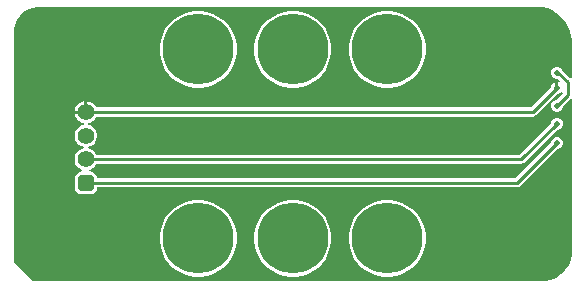
<source format=gbr>
G04*
G04 #@! TF.GenerationSoftware,Altium Limited,Altium Designer,23.0.1 (38)*
G04*
G04 Layer_Physical_Order=2*
G04 Layer_Color=16711680*
%FSLAX24Y24*%
%MOIN*%
G70*
G04*
G04 #@! TF.SameCoordinates,76AA6A9F-6522-488D-AC0F-A5AD469E9F3A*
G04*
G04*
G04 #@! TF.FilePolarity,Positive*
G04*
G01*
G75*
%ADD13C,0.0100*%
G04:AMPARAMS|DCode=30|XSize=55.1mil|YSize=55.1mil|CornerRadius=13.8mil|HoleSize=0mil|Usage=FLASHONLY|Rotation=90.000|XOffset=0mil|YOffset=0mil|HoleType=Round|Shape=RoundedRectangle|*
%AMROUNDEDRECTD30*
21,1,0.0551,0.0276,0,0,90.0*
21,1,0.0276,0.0551,0,0,90.0*
1,1,0.0276,0.0138,0.0138*
1,1,0.0276,0.0138,-0.0138*
1,1,0.0276,-0.0138,-0.0138*
1,1,0.0276,-0.0138,0.0138*
%
%ADD30ROUNDEDRECTD30*%
%ADD31C,0.0551*%
%ADD32C,0.2362*%
%ADD33C,0.0200*%
G36*
X54400Y41850D02*
X54479Y41850D01*
X54635Y41829D01*
X54787Y41789D01*
X54932Y41729D01*
X55068Y41650D01*
X55193Y41554D01*
X55304Y41443D01*
X55400Y41318D01*
X55479Y41182D01*
X55539Y41037D01*
X55579Y40885D01*
X55600Y40729D01*
X55600Y40650D01*
X55600Y40650D01*
X55600Y40650D01*
Y39487D01*
X55550Y39466D01*
X55281Y39735D01*
X55270Y39763D01*
X55213Y39820D01*
X55140Y39850D01*
X55060D01*
X54987Y39820D01*
X54930Y39763D01*
X54900Y39690D01*
Y39610D01*
X54930Y39537D01*
X54987Y39480D01*
X55060Y39450D01*
X55134D01*
X55208Y39376D01*
X55179Y39334D01*
X55150Y39346D01*
Y39150D01*
X55050D01*
Y39346D01*
X54987Y39320D01*
X54930Y39263D01*
X54900Y39190D01*
Y39166D01*
X54224Y38490D01*
X39745D01*
X39701Y38568D01*
X39631Y38638D01*
X39545Y38687D01*
X39450Y38713D01*
Y38337D01*
X39400D01*
Y38287D01*
X39025D01*
X39050Y38192D01*
X39099Y38107D01*
X39169Y38037D01*
X39255Y37987D01*
X39322Y37970D01*
Y37918D01*
X39255Y37900D01*
X39169Y37851D01*
X39099Y37781D01*
X39050Y37695D01*
X39024Y37599D01*
Y37501D01*
X39050Y37405D01*
X39099Y37319D01*
X39169Y37249D01*
X39255Y37200D01*
X39322Y37182D01*
Y37130D01*
X39255Y37113D01*
X39169Y37063D01*
X39099Y36993D01*
X39050Y36908D01*
X39024Y36812D01*
Y36713D01*
X39050Y36618D01*
X39099Y36532D01*
X39169Y36462D01*
X39255Y36413D01*
X39282Y36405D01*
X39275Y36355D01*
X39262D01*
X39169Y36337D01*
X39091Y36284D01*
X39038Y36206D01*
X39020Y36113D01*
Y35837D01*
X39038Y35745D01*
X39091Y35666D01*
X39169Y35613D01*
X39262Y35595D01*
X39538D01*
X39631Y35613D01*
X39709Y35666D01*
X39762Y35745D01*
X39777Y35822D01*
X53775D01*
X53834Y35834D01*
X53883Y35867D01*
X55116Y37100D01*
X55140D01*
X55213Y37130D01*
X55270Y37187D01*
X55300Y37260D01*
Y37340D01*
X55270Y37413D01*
X55213Y37470D01*
X55140Y37500D01*
X55060D01*
X54987Y37470D01*
X54930Y37413D01*
X54900Y37340D01*
Y37316D01*
X53712Y36128D01*
X39777D01*
X39762Y36206D01*
X39709Y36284D01*
X39631Y36337D01*
X39538Y36355D01*
X39525D01*
X39518Y36405D01*
X39545Y36413D01*
X39631Y36462D01*
X39701Y36532D01*
X39745Y36610D01*
X53913D01*
X53971Y36621D01*
X54021Y36654D01*
X55116Y37750D01*
X55140D01*
X55213Y37780D01*
X55270Y37837D01*
X55300Y37910D01*
Y37990D01*
X55270Y38063D01*
X55213Y38120D01*
X55140Y38150D01*
X55060D01*
X54987Y38120D01*
X54930Y38063D01*
X54900Y37990D01*
Y37966D01*
X53849Y36916D01*
X39745D01*
X39701Y36993D01*
X39631Y37063D01*
X39545Y37113D01*
X39478Y37130D01*
Y37182D01*
X39545Y37200D01*
X39631Y37249D01*
X39701Y37319D01*
X39750Y37405D01*
X39776Y37501D01*
Y37599D01*
X39750Y37695D01*
X39701Y37781D01*
X39631Y37851D01*
X39545Y37900D01*
X39478Y37918D01*
Y37970D01*
X39545Y37987D01*
X39631Y38037D01*
X39701Y38107D01*
X39745Y38184D01*
X54287D01*
X54346Y38196D01*
X54396Y38229D01*
X55116Y38950D01*
X55140D01*
X55213Y38980D01*
X55234Y39001D01*
X55287Y38983D01*
X55290Y38957D01*
X55084Y38750D01*
X55060D01*
X54987Y38720D01*
X54930Y38663D01*
X54900Y38590D01*
Y38510D01*
X54930Y38437D01*
X54987Y38380D01*
X55060Y38350D01*
X55140D01*
X55213Y38380D01*
X55270Y38437D01*
X55300Y38510D01*
Y38534D01*
X55550Y38784D01*
X55600Y38763D01*
X55600Y33700D01*
X55600Y33602D01*
X55562Y33408D01*
X55486Y33226D01*
X55377Y33063D01*
X55237Y32923D01*
X55074Y32814D01*
X54892Y32738D01*
X54698Y32700D01*
X54600Y32700D01*
X37650D01*
X37000Y33350D01*
Y41000D01*
Y41084D01*
X37033Y41248D01*
X37097Y41403D01*
X37190Y41542D01*
X37308Y41660D01*
X37447Y41753D01*
X37602Y41817D01*
X37766Y41850D01*
X37850D01*
X37850Y41850D01*
X54400Y41850D01*
D02*
G37*
%LPC*%
G36*
X49545Y41702D02*
X49344D01*
X49145Y41670D01*
X48953Y41608D01*
X48773Y41517D01*
X48610Y41398D01*
X48467Y41255D01*
X48349Y41092D01*
X48257Y40913D01*
X48195Y40721D01*
X48163Y40522D01*
Y40320D01*
X48195Y40121D01*
X48257Y39929D01*
X48349Y39749D01*
X48467Y39586D01*
X48610Y39444D01*
X48773Y39325D01*
X48953Y39234D01*
X49145Y39171D01*
X49344Y39140D01*
X49545D01*
X49744Y39171D01*
X49936Y39234D01*
X50116Y39325D01*
X50279Y39444D01*
X50422Y39586D01*
X50540Y39749D01*
X50632Y39929D01*
X50694Y40121D01*
X50726Y40320D01*
Y40522D01*
X50694Y40721D01*
X50632Y40913D01*
X50540Y41092D01*
X50422Y41255D01*
X50279Y41398D01*
X50116Y41517D01*
X49936Y41608D01*
X49744Y41670D01*
X49545Y41702D01*
D02*
G37*
G36*
X46396D02*
X46194D01*
X45995Y41670D01*
X45803Y41608D01*
X45623Y41517D01*
X45460Y41398D01*
X45318Y41255D01*
X45199Y41092D01*
X45108Y40913D01*
X45045Y40721D01*
X45014Y40522D01*
Y40320D01*
X45045Y40121D01*
X45108Y39929D01*
X45199Y39749D01*
X45318Y39586D01*
X45460Y39444D01*
X45623Y39325D01*
X45803Y39234D01*
X45995Y39171D01*
X46194Y39140D01*
X46396D01*
X46595Y39171D01*
X46787Y39234D01*
X46966Y39325D01*
X47129Y39444D01*
X47272Y39586D01*
X47391Y39749D01*
X47482Y39929D01*
X47544Y40121D01*
X47576Y40320D01*
Y40522D01*
X47544Y40721D01*
X47482Y40913D01*
X47391Y41092D01*
X47272Y41255D01*
X47129Y41398D01*
X46966Y41517D01*
X46787Y41608D01*
X46595Y41670D01*
X46396Y41702D01*
D02*
G37*
G36*
X43246D02*
X43044D01*
X42845Y41670D01*
X42653Y41608D01*
X42474Y41517D01*
X42311Y41398D01*
X42168Y41255D01*
X42050Y41092D01*
X41958Y40913D01*
X41896Y40721D01*
X41864Y40522D01*
Y40320D01*
X41896Y40121D01*
X41958Y39929D01*
X42050Y39749D01*
X42168Y39586D01*
X42311Y39444D01*
X42474Y39325D01*
X42653Y39234D01*
X42845Y39171D01*
X43044Y39140D01*
X43246D01*
X43445Y39171D01*
X43637Y39234D01*
X43817Y39325D01*
X43980Y39444D01*
X44122Y39586D01*
X44241Y39749D01*
X44333Y39929D01*
X44395Y40121D01*
X44426Y40320D01*
Y40522D01*
X44395Y40721D01*
X44333Y40913D01*
X44241Y41092D01*
X44122Y41255D01*
X43980Y41398D01*
X43817Y41517D01*
X43637Y41608D01*
X43445Y41670D01*
X43246Y41702D01*
D02*
G37*
G36*
X39350Y38713D02*
X39255Y38687D01*
X39169Y38638D01*
X39099Y38568D01*
X39050Y38482D01*
X39025Y38387D01*
X39350D01*
Y38713D01*
D02*
G37*
G36*
X49545Y35403D02*
X49344D01*
X49145Y35371D01*
X48953Y35309D01*
X48773Y35217D01*
X48610Y35099D01*
X48467Y34956D01*
X48349Y34793D01*
X48257Y34613D01*
X48195Y34422D01*
X48163Y34222D01*
Y34021D01*
X48195Y33822D01*
X48257Y33630D01*
X48349Y33450D01*
X48467Y33287D01*
X48610Y33144D01*
X48773Y33026D01*
X48953Y32934D01*
X49145Y32872D01*
X49344Y32841D01*
X49545D01*
X49744Y32872D01*
X49936Y32934D01*
X50116Y33026D01*
X50279Y33144D01*
X50422Y33287D01*
X50540Y33450D01*
X50632Y33630D01*
X50694Y33822D01*
X50726Y34021D01*
Y34222D01*
X50694Y34422D01*
X50632Y34613D01*
X50540Y34793D01*
X50422Y34956D01*
X50279Y35099D01*
X50116Y35217D01*
X49936Y35309D01*
X49744Y35371D01*
X49545Y35403D01*
D02*
G37*
G36*
X46396D02*
X46194D01*
X45995Y35371D01*
X45803Y35309D01*
X45623Y35217D01*
X45460Y35099D01*
X45318Y34956D01*
X45199Y34793D01*
X45108Y34613D01*
X45045Y34422D01*
X45014Y34222D01*
Y34021D01*
X45045Y33822D01*
X45108Y33630D01*
X45199Y33450D01*
X45318Y33287D01*
X45460Y33144D01*
X45623Y33026D01*
X45803Y32934D01*
X45995Y32872D01*
X46194Y32841D01*
X46396D01*
X46595Y32872D01*
X46787Y32934D01*
X46966Y33026D01*
X47129Y33144D01*
X47272Y33287D01*
X47391Y33450D01*
X47482Y33630D01*
X47544Y33822D01*
X47576Y34021D01*
Y34222D01*
X47544Y34422D01*
X47482Y34613D01*
X47391Y34793D01*
X47272Y34956D01*
X47129Y35099D01*
X46966Y35217D01*
X46787Y35309D01*
X46595Y35371D01*
X46396Y35403D01*
D02*
G37*
G36*
X43246D02*
X43044D01*
X42845Y35371D01*
X42653Y35309D01*
X42474Y35217D01*
X42311Y35099D01*
X42168Y34956D01*
X42050Y34793D01*
X41958Y34613D01*
X41896Y34422D01*
X41864Y34222D01*
Y34021D01*
X41896Y33822D01*
X41958Y33630D01*
X42050Y33450D01*
X42168Y33287D01*
X42311Y33144D01*
X42474Y33026D01*
X42653Y32934D01*
X42845Y32872D01*
X43044Y32841D01*
X43246D01*
X43445Y32872D01*
X43637Y32934D01*
X43817Y33026D01*
X43980Y33144D01*
X44122Y33287D01*
X44241Y33450D01*
X44333Y33630D01*
X44395Y33822D01*
X44426Y34021D01*
Y34222D01*
X44395Y34422D01*
X44333Y34613D01*
X44241Y34793D01*
X44122Y34956D01*
X43980Y35099D01*
X43817Y35217D01*
X43637Y35309D01*
X43445Y35371D01*
X43246Y35403D01*
D02*
G37*
%LPD*%
D13*
X55100Y39650D02*
X55150D01*
X55459Y39341D01*
X39400Y35975D02*
X53775D01*
X55100Y37300D01*
X39400Y36763D02*
X53913D01*
X55100Y37950D01*
Y38550D02*
X55459Y38909D01*
Y39341D01*
X39400Y38337D02*
X54287D01*
X55100Y39150D01*
D30*
X39400Y35975D02*
D03*
D31*
Y36763D02*
D03*
Y37550D02*
D03*
Y38337D02*
D03*
D32*
X46295Y40421D02*
D03*
X49444D02*
D03*
X43145D02*
D03*
Y34122D02*
D03*
X46295D02*
D03*
X49444D02*
D03*
D33*
X55100Y39650D02*
D03*
Y37300D02*
D03*
Y37950D02*
D03*
Y38550D02*
D03*
Y39150D02*
D03*
M02*

</source>
